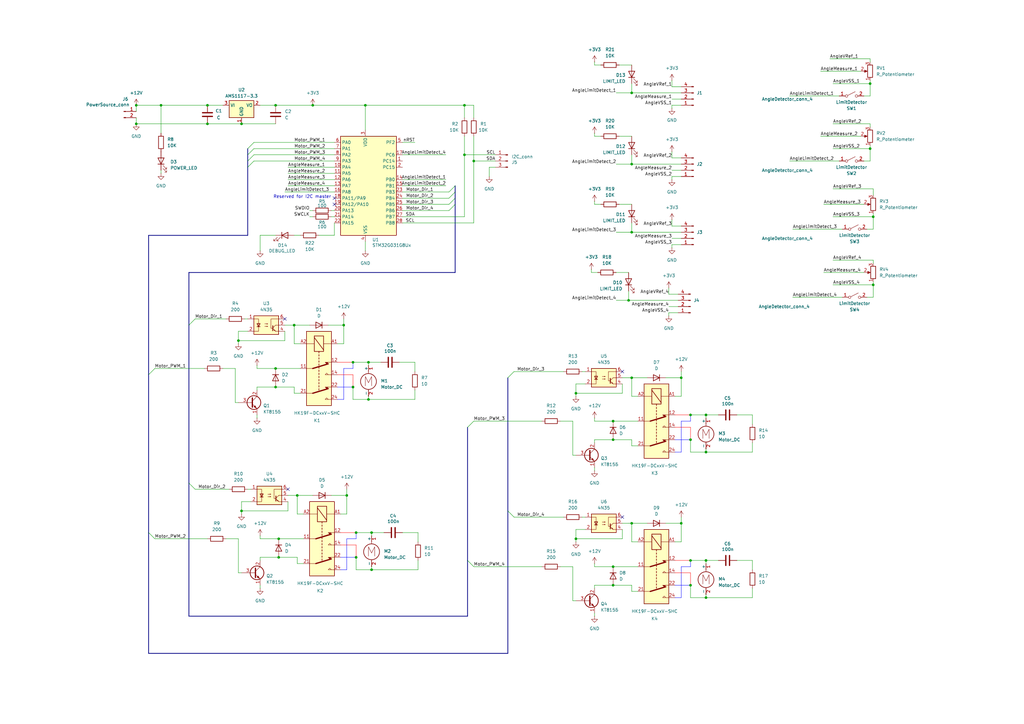
<source format=kicad_sch>
(kicad_sch (version 20231120) (generator "eeschema") (generator_version "8.0")
  (paper "A3")
  (junction (at 358.14 116.84))
  (junction (at 149.86 43.18))
  (junction (at 113.03 43.18))
  (junction (at 251.46 172.72))
  (junction (at 251.46 240.03))
  (junction (at 283.21 180.34))
  (junction (at 259.08 214.63))
  (junction (at 356.87 34.29))
  (junction (at 279.4 214.63))
  (junction (at 259.08 38.1))
  (junction (at 144.78 148.59))
  (junction (at 114.3 228.6))
  (junction (at 289.56 170.18))
  (junction (at 356.87 60.96))
  (junction (at 289.56 229.87))
  (junction (at 120.65 133.35))
  (junction (at 259.08 154.94))
  (junction (at 140.97 133.35))
  (junction (at 66.04 43.18))
  (junction (at 190.5 63.5))
  (junction (at 146.05 228.6))
  (junction (at 142.24 203.2))
  (junction (at 279.4 154.94))
  (junction (at 257.81 123.19))
  (junction (at 97.79 139.7))
  (junction (at 55.88 43.18))
  (junction (at 151.13 148.59))
  (junction (at 251.46 232.41))
  (junction (at 283.21 170.18))
  (junction (at 99.06 209.55))
  (junction (at 151.13 163.83))
  (junction (at 190.5 43.18))
  (junction (at 283.21 229.87))
  (junction (at 236.22 220.98))
  (junction (at 259.08 95.25))
  (junction (at 236.22 161.29))
  (junction (at 194.31 66.04))
  (junction (at 113.03 158.75))
  (junction (at 113.03 151.13))
  (junction (at 121.92 203.2))
  (junction (at 128.27 43.18))
  (junction (at 152.4 218.44))
  (junction (at 283.21 240.03))
  (junction (at 146.05 218.44))
  (junction (at 144.78 158.75))
  (junction (at 358.14 88.9))
  (junction (at 55.88 50.8))
  (junction (at 114.3 220.98))
  (junction (at 85.09 50.8))
  (junction (at 251.46 180.34))
  (junction (at 289.56 245.11))
  (junction (at 152.4 233.68))
  (junction (at 289.56 185.42))
  (junction (at 85.09 43.18))
  (junction (at 259.08 67.31))
  (junction (at 99.06 50.8))
  (no_connect (at 137.16 81.28))
  (no_connect (at 137.16 83.82))
  (no_connect (at 255.27 152.4))
  (no_connect (at 116.84 130.81))
  (no_connect (at 118.11 200.66))
  (no_connect (at 255.27 212.09))
  (bus_entry (at 191.77 175.26) (size 2.54 -2.54))
  (bus_entry (at 60.96 153.67) (size 2.54 -2.54))
  (bus_entry (at 101.6 60.96) (size 2.54 -2.54))
  (bus_entry (at 186.69 76.2) (size -2.54 2.54))
  (bus_entry (at 191.77 229.87) (size 2.54 2.54))
  (bus_entry (at 186.69 81.28) (size -2.54 2.54))
  (bus_entry (at 77.47 133.35) (size 2.54 -2.54))
  (bus_entry (at 77.47 198.12) (size 2.54 2.54))
  (bus_entry (at 101.6 66.04) (size 2.54 -2.54))
  (bus_entry (at 101.6 68.58) (size 2.54 -2.54))
  (bus_entry (at 186.69 78.74) (size -2.54 2.54))
  (bus_entry (at 60.96 218.44) (size 2.54 2.54))
  (bus_entry (at 186.69 83.82) (size -2.54 2.54))
  (bus_entry (at 101.6 63.5) (size 2.54 -2.54))
  (bus_entry (at 208.28 154.94) (size 2.54 -2.54))
  (bus_entry (at 208.28 209.55) (size 2.54 2.54))
  (wire (pts (xy 97.79 135.89) (xy 101.6 135.89)))
  (wire (pts (xy 259.08 242.57) (xy 259.08 240.03)))
  (wire (pts (xy 236.22 217.17) (xy 236.22 220.98)))
  (wire (pts (xy 358.14 77.47) (xy 358.14 80.01)))
  (wire (pts (xy 240.03 212.09) (xy 238.76 212.09)))
  (wire (pts (xy 302.26 170.18) (xy 308.61 170.18)))
  (wire (pts (xy 358.14 77.47) (xy 341.63 77.47)))
  (wire (pts (xy 279.4 222.25) (xy 276.86 222.25)))
  (wire (pts (xy 80.01 200.66) (xy 93.98 200.66)))
  (wire (pts (xy 118.11 205.74) (xy 118.11 209.55)))
  (wire (pts (xy 259.08 182.88) (xy 259.08 180.34)))
  (wire (pts (xy 128.27 43.18) (xy 149.86 43.18)))
  (bus (pts (xy 77.47 111.76) (xy 186.69 111.76)))
  (wire (pts (xy 135.89 203.2) (xy 142.24 203.2)))
  (wire (pts (xy 279.4 152.4) (xy 279.4 154.94)))
  (wire (pts (xy 66.04 54.61) (xy 66.04 43.18)))
  (wire (pts (xy 137.16 76.2) (xy 118.11 76.2)))
  (wire (pts (xy 243.84 231.14) (xy 243.84 232.41)))
  (wire (pts (xy 234.95 246.38) (xy 236.22 246.38)))
  (wire (pts (xy 142.24 220.98) (xy 142.24 233.68)) (stroke (width 0) (color 0 0 255 1)))
  (wire (pts (xy 243.84 180.34) (xy 251.46 180.34)))
  (wire (pts (xy 151.13 148.59) (xy 156.21 148.59)))
  (wire (pts (xy 246.38 55.88) (xy 243.84 55.88)))
  (wire (pts (xy 276.86 175.26) (xy 283.21 175.26)) (stroke (width 0) (color 255 0 0 1)))
  (wire (pts (xy 97.79 234.95) (xy 97.79 220.98)))
  (wire (pts (xy 358.14 106.68) (xy 358.14 107.95)))
  (wire (pts (xy 323.85 66.04) (xy 344.17 66.04)))
  (wire (pts (xy 236.22 220.98) (xy 255.27 220.98)))
  (wire (pts (xy 259.08 154.94) (xy 265.43 154.94)))
  (wire (pts (xy 255.27 157.48) (xy 255.27 161.29)))
  (wire (pts (xy 243.84 172.72) (xy 251.46 172.72)))
  (wire (pts (xy 106.68 220.98) (xy 114.3 220.98)))
  (wire (pts (xy 356.87 66.04) (xy 356.87 60.96)))
  (wire (pts (xy 236.22 161.29) (xy 236.22 162.56)))
  (wire (pts (xy 118.11 203.2) (xy 121.92 203.2)))
  (wire (pts (xy 138.43 148.59) (xy 144.78 148.59)) (stroke (width 0) (color 255 0 0 1)))
  (bus (pts (xy 60.96 153.67) (xy 60.96 218.44)))
  (wire (pts (xy 275.59 72.39) (xy 275.59 73.66)))
  (bus (pts (xy 186.69 78.74) (xy 186.69 81.28)))
  (wire (pts (xy 120.65 161.29) (xy 120.65 158.75)))
  (wire (pts (xy 275.59 100.33) (xy 279.4 100.33)))
  (wire (pts (xy 190.5 63.5) (xy 190.5 88.9)))
  (wire (pts (xy 137.16 91.44) (xy 137.16 96.52)))
  (wire (pts (xy 55.88 45.72) (xy 55.88 43.18)))
  (wire (pts (xy 170.18 148.59) (xy 170.18 152.4)))
  (wire (pts (xy 194.31 48.26) (xy 194.31 43.18)))
  (bus (pts (xy 60.96 218.44) (xy 60.96 267.97)))
  (wire (pts (xy 135.89 86.36) (xy 137.16 86.36)))
  (wire (pts (xy 106.68 240.03) (xy 106.68 241.3)))
  (wire (pts (xy 358.14 121.92) (xy 358.14 116.84)))
  (wire (pts (xy 289.56 170.18) (xy 289.56 171.45)))
  (wire (pts (xy 120.65 133.35) (xy 127 133.35)))
  (wire (pts (xy 261.62 182.88) (xy 259.08 182.88)))
  (wire (pts (xy 165.1 78.74) (xy 184.15 78.74)))
  (wire (pts (xy 259.08 63.5) (xy 259.08 67.31)))
  (wire (pts (xy 356.87 34.29) (xy 356.87 33.02)))
  (wire (pts (xy 139.7 218.44) (xy 146.05 218.44)) (stroke (width 0) (color 255 0 0 1)))
  (bus (pts (xy 191.77 229.87) (xy 191.77 252.73)))
  (wire (pts (xy 274.32 128.27) (xy 278.13 128.27)))
  (wire (pts (xy 276.86 240.03) (xy 283.21 240.03)) (stroke (width 0) (color 0 0 255 1)))
  (wire (pts (xy 308.61 241.3) (xy 308.61 245.11)))
  (wire (pts (xy 254 83.82) (xy 259.08 83.82)))
  (wire (pts (xy 275.59 90.17) (xy 275.59 92.71)))
  (wire (pts (xy 66.04 69.85) (xy 66.04 71.12)))
  (wire (pts (xy 252.73 67.31) (xy 259.08 67.31)))
  (wire (pts (xy 354.33 66.04) (xy 356.87 66.04)))
  (wire (pts (xy 140.97 151.13) (xy 140.97 163.83)) (stroke (width 0) (color 0 0 255 1)))
  (wire (pts (xy 236.22 161.29) (xy 255.27 161.29)))
  (wire (pts (xy 276.86 170.18) (xy 283.21 170.18)) (stroke (width 0) (color 255 0 0 1)))
  (wire (pts (xy 144.78 163.83) (xy 151.13 163.83)))
  (wire (pts (xy 337.82 111.76) (xy 354.33 111.76)))
  (wire (pts (xy 106.68 219.71) (xy 106.68 220.98)))
  (wire (pts (xy 121.92 203.2) (xy 128.27 203.2)))
  (bus (pts (xy 186.69 76.2) (xy 186.69 78.74)))
  (wire (pts (xy 325.12 93.98) (xy 345.44 93.98)))
  (wire (pts (xy 356.87 50.8) (xy 356.87 52.07)))
  (wire (pts (xy 252.73 111.76) (xy 257.81 111.76)))
  (wire (pts (xy 358.14 88.9) (xy 358.14 87.63)))
  (bus (pts (xy 191.77 175.26) (xy 191.77 229.87)))
  (wire (pts (xy 356.87 50.8) (xy 341.63 50.8)))
  (wire (pts (xy 170.18 160.02) (xy 170.18 163.83)))
  (wire (pts (xy 137.16 96.52) (xy 130.81 96.52)))
  (wire (pts (xy 283.21 234.95) (xy 283.21 240.03)) (stroke (width 0) (color 255 0 0 1)))
  (wire (pts (xy 279.4 172.72) (xy 283.21 172.72)) (stroke (width 0) (color 0 0 255 1)))
  (wire (pts (xy 283.21 229.87) (xy 289.56 229.87)))
  (wire (pts (xy 308.61 170.18) (xy 308.61 173.99)))
  (wire (pts (xy 135.89 88.9) (xy 137.16 88.9)))
  (wire (pts (xy 275.59 69.85) (xy 279.4 69.85)))
  (wire (pts (xy 289.56 245.11) (xy 289.56 243.84)))
  (wire (pts (xy 234.95 232.41) (xy 229.87 232.41)))
  (wire (pts (xy 113.03 43.18) (xy 128.27 43.18)))
  (wire (pts (xy 139.7 228.6) (xy 146.05 228.6)) (stroke (width 0) (color 0 0 255 1)))
  (wire (pts (xy 66.04 43.18) (xy 85.09 43.18)))
  (bus (pts (xy 77.47 252.73) (xy 191.77 252.73)))
  (bus (pts (xy 77.47 111.76) (xy 77.47 133.35)))
  (wire (pts (xy 276.86 245.11) (xy 279.4 245.11)) (stroke (width 0) (color 0 0 255 1)))
  (wire (pts (xy 151.13 148.59) (xy 151.13 149.86)))
  (wire (pts (xy 116.84 133.35) (xy 120.65 133.35)))
  (wire (pts (xy 152.4 233.68) (xy 152.4 232.41)))
  (wire (pts (xy 275.59 43.18) (xy 279.4 43.18)))
  (wire (pts (xy 194.31 172.72) (xy 222.25 172.72)))
  (wire (pts (xy 190.5 55.88) (xy 190.5 63.5)))
  (wire (pts (xy 302.26 229.87) (xy 308.61 229.87)))
  (wire (pts (xy 255.27 217.17) (xy 255.27 220.98)))
  (wire (pts (xy 356.87 60.96) (xy 356.87 59.69)))
  (wire (pts (xy 144.78 148.59) (xy 151.13 148.59)))
  (wire (pts (xy 142.24 210.82) (xy 139.7 210.82)))
  (wire (pts (xy 243.84 54.61) (xy 243.84 55.88)))
  (wire (pts (xy 106.68 96.52) (xy 113.03 96.52)))
  (wire (pts (xy 190.5 43.18) (xy 190.5 48.26)))
  (wire (pts (xy 146.05 233.68) (xy 152.4 233.68)))
  (wire (pts (xy 140.97 140.97) (xy 138.43 140.97)))
  (wire (pts (xy 137.16 78.74) (xy 116.84 78.74)))
  (wire (pts (xy 165.1 86.36) (xy 184.15 86.36)))
  (wire (pts (xy 55.88 43.18) (xy 66.04 43.18)))
  (wire (pts (xy 243.84 82.55) (xy 243.84 83.82)))
  (wire (pts (xy 152.4 218.44) (xy 152.4 219.71)))
  (wire (pts (xy 337.82 83.82) (xy 354.33 83.82)))
  (wire (pts (xy 139.7 233.68) (xy 142.24 233.68)) (stroke (width 0) (color 0 0 255 1)))
  (wire (pts (xy 356.87 24.13) (xy 356.87 25.4)))
  (wire (pts (xy 104.14 66.04) (xy 137.16 66.04)))
  (wire (pts (xy 165.1 81.28) (xy 184.15 81.28)))
  (wire (pts (xy 275.59 72.39) (xy 279.4 72.39)))
  (wire (pts (xy 142.24 220.98) (xy 146.05 220.98)) (stroke (width 0) (color 0 0 255 1)))
  (wire (pts (xy 341.63 88.9) (xy 358.14 88.9)))
  (wire (pts (xy 106.68 228.6) (xy 106.68 229.87)))
  (wire (pts (xy 289.56 245.11) (xy 308.61 245.11)))
  (bus (pts (xy 208.28 209.55) (xy 208.28 267.97)))
  (wire (pts (xy 355.6 121.92) (xy 358.14 121.92)))
  (wire (pts (xy 251.46 172.72) (xy 261.62 172.72)))
  (wire (pts (xy 151.13 163.83) (xy 151.13 162.56)))
  (wire (pts (xy 283.21 180.34) (xy 283.21 185.42)))
  (wire (pts (xy 80.01 130.81) (xy 92.71 130.81)))
  (wire (pts (xy 234.95 246.38) (xy 234.95 232.41)))
  (wire (pts (xy 275.59 64.77) (xy 279.4 64.77)))
  (wire (pts (xy 275.59 33.02) (xy 275.59 35.56)))
  (wire (pts (xy 144.78 153.67) (xy 144.78 158.75)) (stroke (width 0) (color 255 0 0 1)))
  (wire (pts (xy 127 88.9) (xy 128.27 88.9)))
  (wire (pts (xy 358.14 116.84) (xy 358.14 115.57)))
  (wire (pts (xy 99.06 205.74) (xy 102.87 205.74)))
  (bus (pts (xy 101.6 60.96) (xy 101.6 63.5)))
  (wire (pts (xy 121.92 210.82) (xy 124.46 210.82)))
  (wire (pts (xy 279.4 232.41) (xy 279.4 245.11)) (stroke (width 0) (color 0 0 255 1)))
  (wire (pts (xy 336.55 55.88) (xy 353.06 55.88)))
  (wire (pts (xy 259.08 222.25) (xy 261.62 222.25)))
  (wire (pts (xy 275.59 35.56) (xy 279.4 35.56)))
  (wire (pts (xy 243.84 171.45) (xy 243.84 172.72)))
  (wire (pts (xy 283.21 172.72) (xy 283.21 170.18)) (stroke (width 0) (color 0 0 255 1)))
  (wire (pts (xy 55.88 50.8) (xy 85.09 50.8)))
  (wire (pts (xy 165.1 83.82) (xy 184.15 83.82)))
  (wire (pts (xy 120.65 133.35) (xy 120.65 140.97)))
  (wire (pts (xy 152.4 233.68) (xy 171.45 233.68)))
  (wire (pts (xy 275.59 92.71) (xy 279.4 92.71)))
  (wire (pts (xy 105.41 158.75) (xy 113.03 158.75)))
  (wire (pts (xy 358.14 93.98) (xy 358.14 88.9)))
  (wire (pts (xy 240.03 152.4) (xy 238.76 152.4)))
  (wire (pts (xy 102.87 200.66) (xy 101.6 200.66)))
  (wire (pts (xy 254 26.67) (xy 259.08 26.67)))
  (wire (pts (xy 234.95 186.69) (xy 236.22 186.69)))
  (wire (pts (xy 259.08 214.63) (xy 259.08 222.25)))
  (wire (pts (xy 138.43 158.75) (xy 144.78 158.75)) (stroke (width 0) (color 0 0 255 1)))
  (wire (pts (xy 276.86 229.87) (xy 283.21 229.87)) (stroke (width 0) (color 255 0 0 1)))
  (wire (pts (xy 275.59 97.79) (xy 279.4 97.79)))
  (wire (pts (xy 251.46 232.41) (xy 261.62 232.41)))
  (wire (pts (xy 106.68 43.18) (xy 113.03 43.18)))
  (wire (pts (xy 243.84 25.4) (xy 243.84 26.67)))
  (wire (pts (xy 308.61 181.61) (xy 308.61 185.42)))
  (wire (pts (xy 194.31 232.41) (xy 222.25 232.41)))
  (wire (pts (xy 63.5 220.98) (xy 85.09 220.98)))
  (wire (pts (xy 138.43 153.67) (xy 144.78 153.67)) (stroke (width 0) (color 255 0 0 1)))
  (wire (pts (xy 283.21 185.42) (xy 289.56 185.42)))
  (bus (pts (xy 101.6 66.04) (xy 101.6 68.58)))
  (wire (pts (xy 124.46 231.14) (xy 121.92 231.14)))
  (wire (pts (xy 274.32 125.73) (xy 278.13 125.73)))
  (wire (pts (xy 138.43 163.83) (xy 140.97 163.83)) (stroke (width 0) (color 0 0 255 1)))
  (wire (pts (xy 152.4 218.44) (xy 157.48 218.44)))
  (wire (pts (xy 279.4 172.72) (xy 279.4 185.42)) (stroke (width 0) (color 0 0 255 1)))
  (wire (pts (xy 137.16 71.12) (xy 118.11 71.12)))
  (wire (pts (xy 142.24 203.2) (xy 142.24 210.82)))
  (wire (pts (xy 279.4 154.94) (xy 279.4 162.56)))
  (wire (pts (xy 63.5 151.13) (xy 83.82 151.13)))
  (bus (pts (xy 77.47 198.12) (xy 77.47 252.73)))
  (wire (pts (xy 146.05 223.52) (xy 146.05 228.6)) (stroke (width 0) (color 255 0 0 1)))
  (wire (pts (xy 165.1 218.44) (xy 171.45 218.44)))
  (wire (pts (xy 243.84 232.41) (xy 251.46 232.41)))
  (wire (pts (xy 273.05 214.63) (xy 279.4 214.63)))
  (wire (pts (xy 146.05 220.98) (xy 146.05 218.44)) (stroke (width 0) (color 0 0 255 1)))
  (wire (pts (xy 243.84 240.03) (xy 243.84 241.3)))
  (wire (pts (xy 97.79 139.7) (xy 116.84 139.7)))
  (wire (pts (xy 165.1 91.44) (xy 194.31 91.44)))
  (wire (pts (xy 279.4 162.56) (xy 276.86 162.56)))
  (wire (pts (xy 114.3 220.98) (xy 124.46 220.98)))
  (wire (pts (xy 252.73 123.19) (xy 257.81 123.19)))
  (wire (pts (xy 149.86 43.18) (xy 149.86 53.34)))
  (wire (pts (xy 113.03 151.13) (xy 123.19 151.13)))
  (wire (pts (xy 99.06 209.55) (xy 118.11 209.55)))
  (wire (pts (xy 163.83 148.59) (xy 170.18 148.59)))
  (wire (pts (xy 325.12 121.92) (xy 345.44 121.92)))
  (wire (pts (xy 140.97 133.35) (xy 140.97 140.97)))
  (wire (pts (xy 275.59 43.18) (xy 275.59 44.45)))
  (wire (pts (xy 336.55 29.21) (xy 353.06 29.21)))
  (wire (pts (xy 356.87 39.37) (xy 356.87 34.29)))
  (wire (pts (xy 142.24 200.66) (xy 142.24 203.2)))
  (wire (pts (xy 165.1 76.2) (xy 182.88 76.2)))
  (wire (pts (xy 194.31 66.04) (xy 194.31 91.44)))
  (wire (pts (xy 259.08 67.31) (xy 279.4 67.31)))
  (wire (pts (xy 99.06 209.55) (xy 99.06 210.82)))
  (wire (pts (xy 123.19 161.29) (xy 120.65 161.29)))
  (wire (pts (xy 251.46 240.03) (xy 259.08 240.03)))
  (wire (pts (xy 246.38 83.82) (xy 243.84 83.82)))
  (wire (pts (xy 236.22 217.17) (xy 240.03 217.17)))
  (wire (pts (xy 114.3 228.6) (xy 121.92 228.6)))
  (wire (pts (xy 246.38 26.67) (xy 243.84 26.67)))
  (wire (pts (xy 165.1 58.42) (xy 170.18 58.42)))
  (wire (pts (xy 134.62 133.35) (xy 140.97 133.35)))
  (wire (pts (xy 190.5 43.18) (xy 194.31 43.18)))
  (bus (pts (xy 60.96 96.52) (xy 60.96 153.67)))
  (wire (pts (xy 276.86 185.42) (xy 279.4 185.42)) (stroke (width 0) (color 0 0 255 1)))
  (wire (pts (xy 116.84 135.89) (xy 116.84 139.7)))
  (wire (pts (xy 245.11 111.76) (xy 242.57 111.76)))
  (wire (pts (xy 254 55.88) (xy 259.08 55.88)))
  (wire (pts (xy 354.33 39.37) (xy 356.87 39.37)))
  (bus (pts (xy 208.28 154.94) (xy 208.28 209.55)))
  (wire (pts (xy 259.08 38.1) (xy 279.4 38.1)))
  (wire (pts (xy 252.73 38.1) (xy 259.08 38.1)))
  (wire (pts (xy 276.86 180.34) (xy 283.21 180.34)) (stroke (width 0) (color 0 0 255 1)))
  (wire (pts (xy 165.1 88.9) (xy 190.5 88.9)))
  (wire (pts (xy 105.41 151.13) (xy 113.03 151.13)))
  (wire (pts (xy 104.14 63.5) (xy 137.16 63.5)))
  (wire (pts (xy 273.05 154.94) (xy 279.4 154.94)))
  (wire (pts (xy 85.09 50.8) (xy 99.06 50.8)))
  (wire (pts (xy 140.97 151.13) (xy 144.78 151.13)) (stroke (width 0) (color 0 0 255 1)))
  (wire (pts (xy 275.59 40.64) (xy 279.4 40.64)))
  (wire (pts (xy 252.73 95.25) (xy 259.08 95.25)))
  (wire (pts (xy 106.68 102.87) (xy 106.68 96.52)))
  (wire (pts (xy 101.6 130.81) (xy 100.33 130.81)))
  (wire (pts (xy 190.5 63.5) (xy 203.2 63.5)))
  (wire (pts (xy 234.95 172.72) (xy 229.87 172.72)))
  (wire (pts (xy 257.81 123.19) (xy 278.13 123.19)))
  (wire (pts (xy 289.56 185.42) (xy 308.61 185.42)))
  (wire (pts (xy 289.56 185.42) (xy 289.56 184.15)))
  (wire (pts (xy 279.4 212.09) (xy 279.4 214.63)))
  (wire (pts (xy 200.66 68.58) (xy 203.2 68.58)))
  (wire (pts (xy 146.05 218.44) (xy 152.4 218.44)))
  (wire (pts (xy 96.52 165.1) (xy 97.79 165.1)))
  (wire (pts (xy 279.4 214.63) (xy 279.4 222.25)))
  (wire (pts (xy 144.78 158.75) (xy 144.78 163.83)))
  (wire (pts (xy 283.21 232.41) (xy 283.21 229.87)) (stroke (width 0) (color 0 0 255 1)))
  (wire (pts (xy 259.08 214.63) (xy 265.43 214.63)))
  (wire (pts (xy 137.16 73.66) (xy 118.11 73.66)))
  (wire (pts (xy 255.27 154.94) (xy 259.08 154.94)))
  (wire (pts (xy 105.41 158.75) (xy 105.41 160.02)))
  (wire (pts (xy 149.86 99.06) (xy 149.86 102.87)))
  (wire (pts (xy 151.13 163.83) (xy 170.18 163.83)))
  (wire (pts (xy 144.78 151.13) (xy 144.78 148.59)) (stroke (width 0) (color 0 0 255 1)))
  (wire (pts (xy 140.97 130.81) (xy 140.97 133.35)))
  (wire (pts (xy 274.32 128.27) (xy 274.32 129.54)))
  (wire (pts (xy 200.66 68.58) (xy 200.66 72.39)))
  (wire (pts (xy 139.7 223.52) (xy 146.05 223.52)) (stroke (width 0) (color 255 0 0 1)))
  (wire (pts (xy 259.08 154.94) (xy 259.08 162.56)))
  (wire (pts (xy 106.68 228.6) (xy 114.3 228.6)))
  (wire (pts (xy 210.82 152.4) (xy 231.14 152.4)))
  (wire (pts (xy 275.59 62.23) (xy 275.59 64.77)))
  (wire (pts (xy 165.1 73.66) (xy 182.88 73.66)))
  (wire (pts (xy 257.81 119.38) (xy 257.81 123.19)))
  (wire (pts (xy 121.92 203.2) (xy 121.92 210.82)))
  (bus (pts (xy 101.6 68.58) (xy 101.6 96.52)))
  (wire (pts (xy 236.22 220.98) (xy 236.22 222.25)))
  (wire (pts (xy 283.21 245.11) (xy 289.56 245.11)))
  (wire (pts (xy 356.87 24.13) (xy 340.36 24.13)))
  (wire (pts (xy 194.31 66.04) (xy 203.2 66.04)))
  (wire (pts (xy 105.41 149.86) (xy 105.41 151.13)))
  (wire (pts (xy 149.86 43.18) (xy 190.5 43.18)))
  (wire (pts (xy 137.16 68.58) (xy 118.11 68.58)))
  (wire (pts (xy 255.27 214.63) (xy 259.08 214.63)))
  (bus (pts (xy 101.6 63.5) (xy 101.6 66.04)))
  (wire (pts (xy 279.4 232.41) (xy 283.21 232.41)) (stroke (width 0) (color 0 0 255 1)))
  (wire (pts (xy 113.03 158.75) (xy 120.65 158.75)))
  (wire (pts (xy 97.79 234.95) (xy 99.06 234.95)))
  (wire (pts (xy 341.63 34.29) (xy 356.87 34.29)))
  (wire (pts (xy 99.06 205.74) (xy 99.06 209.55)))
  (wire (pts (xy 275.59 100.33) (xy 275.59 101.6)))
  (wire (pts (xy 55.88 48.26) (xy 55.88 50.8)))
  (wire (pts (xy 104.14 60.96) (xy 137.16 60.96)))
  (bus (pts (xy 101.6 96.52) (xy 60.96 96.52)))
  (wire (pts (xy 274.32 118.11) (xy 274.32 120.65)))
  (wire (pts (xy 97.79 139.7) (xy 97.79 140.97)))
  (wire (pts (xy 341.63 60.96) (xy 356.87 60.96)))
  (wire (pts (xy 104.14 58.42) (xy 137.16 58.42)))
  (wire (pts (xy 276.86 234.95) (xy 283.21 234.95)) (stroke (width 0) (color 255 0 0 1)))
  (wire (pts (xy 259.08 162.56) (xy 261.62 162.56)))
  (wire (pts (xy 123.19 96.52) (xy 120.65 96.52)))
  (wire (pts (xy 283.21 175.26) (xy 283.21 180.34)) (stroke (width 0) (color 255 0 0 1)))
  (wire (pts (xy 274.32 120.65) (xy 278.13 120.65)))
  (wire (pts (xy 259.08 91.44) (xy 259.08 95.25)))
  (wire (pts (xy 121.92 231.14) (xy 121.92 228.6)))
  (wire (pts (xy 236.22 157.48) (xy 240.03 157.48)))
  (bus (pts (xy 186.69 83.82) (xy 186.69 111.76)))
  (wire (pts (xy 243.84 191.77) (xy 243.84 193.04)))
  (wire (pts (xy 99.06 50.8) (xy 113.03 50.8)))
  (wire (pts (xy 210.82 212.09) (xy 231.14 212.09)))
  (wire (pts (xy 120.65 140.97) (xy 123.19 140.97)))
  (wire (pts (xy 289.56 229.87) (xy 289.56 231.14)))
  (wire (pts (xy 242.57 110.49) (xy 242.57 111.76)))
  (wire (pts (xy 259.08 34.29) (xy 259.08 38.1)))
  (wire (pts (xy 261.62 242.57) (xy 259.08 242.57)))
  (wire (pts (xy 171.45 218.44) (xy 171.45 222.25)))
  (wire (pts (xy 243.84 180.34) (xy 243.84 181.61)))
  (wire (pts (xy 165.1 63.5) (xy 182.88 63.5)))
  (wire (pts (xy 289.56 170.18) (xy 294.64 170.18)))
  (bus (pts (xy 186.69 81.28) (xy 186.69 83.82)))
  (wire (pts (xy 146.05 228.6) (xy 146.05 233.68)))
  (bus (pts (xy 77.47 133.35) (xy 77.47 198.12)))
  (wire (pts (xy 85.09 43.18) (xy 91.44 43.18)))
  (wire (pts (xy 355.6 93.98) (xy 358.14 93.98)))
  (wire (pts (xy 127 86.36) (xy 128.27 86.36)))
  (wire (pts (xy 171.45 229.87) (xy 171.45 233.68)))
  (wire (pts (xy 308.61 229.87) (xy 308.61 233.68)))
  (bus (pts (xy 60.96 267.97) (xy 208.28 267.97)))
  (wire (pts (xy 236.22 157.48) (xy 236.22 161.29)))
  (wire (pts (xy 259.08 95.25) (xy 279.4 95.25)))
  (wire (pts (xy 105.41 170.18) (xy 105.41 171.45)))
  (wire (pts (xy 243.84 240.03) (xy 251.46 240.03)))
  (wire (pts (xy 194.31 55.88) (xy 194.31 66.04)))
  (wire (pts (xy 251.46 180.34) (xy 259.08 180.34)))
  (wire (pts (xy 283.21 170.18) (xy 289.56 170.18)))
  (wire (pts (xy 234.95 186.69) (xy 234.95 172.72)))
  (wire (pts (xy 358.14 106.68) (xy 341.63 106.68)))
  (wire (pts (xy 97.79 135.89) (xy 97.79 139.7)))
  (wire (pts (xy 341.63 116.84) (xy 358.14 116.84)))
  (wire (pts (xy 96.52 151.13) (xy 91.44 151.13)))
  (wire (pts (xy 96.52 165.1) (xy 96.52 151.13)))
  (wire (pts (xy 283.21 240.03) (xy 283.21 245.11)))
  (wire (pts (xy 243.84 251.46) (xy 243.84 252.73)))
  (wire (pts (xy 97.79 220.98) (xy 92.71 220.98)))
  (wire (pts (xy 289.56 229.87) (xy 294.64 229.87)))
  (wire (pts (xy 323.85 39.37) (xy 344.17 39.37)))
  (text "Reserved for I2C master" (exclude_from_sim yes) (at 123.952 80.772 0) (effects (font (size 1.27 1.27))))
  (label "AngleVSS_${1dd23a8e-8b77-429f-9570-110287396357:Number}" (at 341.63 88.9 0))
  (label "Motor_PWM_3" (at 120.65 63.5 0))
  (label "Motor_Dir_1" (at 80.01 130.81 0))
  (label "Motor_PWM_4" (at 194.31 232.41 0))
  (label "SCL" (at 166.37 91.44 0))
  (label "AngleVRef_${570b1f56-00a4-4416-b374-3a02cf0330c0:Number}" (at 275.59 64.77 180))
  (label "AngleMeasure_${570b1f56-00a4-4416-b374-3a02cf0330c0:Number}" (at 275.59 69.85 180))
  (label "AngleMeasure_${acf0802e-ff81-43a2-b6a1-8a2c36aea1b0:Number}" (at 275.59 40.64 180))
  (label "AngleMeasure_${1dd23a8e-8b77-429f-9570-110287396357:Number}" (at 118.11 73.66 0))
  (label "AngleVRef_${1dd23a8e-8b77-429f-9570-110287396357:Number}" (at 275.59 92.71 180))
  (label "AngleVSS_${1dd23a8e-8b77-429f-9570-110287396357:Number}" (at 275.59 100.33 180))
  (label "AngleMeasure_${570b1f56-00a4-4416-b374-3a02cf0330c0:Number}" (at 336.55 55.88 0))
  (label "Motor_PWM_2" (at 63.5 220.98 0))
  (label "AngleLimitDetect_${c3b5264d-d600-4a52-84fe-1d283857e008:Number}" (at 325.12 121.92 0))
  (label "AngleLimitDetect_${1dd23a8e-8b77-429f-9570-110287396357:Number}" (at 325.12 93.98 0))
  (label "Motor_Dir_2" (at 81.28 200.66 0))
  (label "nRST" (at 170.18 58.42 180))
  (label "AngleLimitDetect_${1dd23a8e-8b77-429f-9570-110287396357:Number}" (at 116.84 78.74 0))
  (label "AngleVSS_${c3b5264d-d600-4a52-84fe-1d283857e008:Number}" (at 274.32 128.27 180))
  (label "AngleVRef_${570b1f56-00a4-4416-b374-3a02cf0330c0:Number}" (at 341.63 50.8 0))
  (label "Motor_Dir_3" (at 177.8 83.82 180))
  (label "SDA" (at 166.37 88.9 0))
  (label "AngleMeasure_${acf0802e-ff81-43a2-b6a1-8a2c36aea1b0:Number}" (at 118.11 68.58 0))
  (label "AngleVSS_${acf0802e-ff81-43a2-b6a1-8a2c36aea1b0:Number}" (at 341.63 34.29 0))
  (label "Motor_Dir_3" (at 212.09 152.4 0))
  (label "Motor_PWM_2" (at 120.65 60.96 0))
  (label "AngleMeasure_${c3b5264d-d600-4a52-84fe-1d283857e008:Number}" (at 118.11 76.2 0))
  (label "AngleLimitDetect_${570b1f56-00a4-4416-b374-3a02cf0330c0:Number}" (at 252.73 67.31 180))
  (label "AngleVRef_${acf0802e-ff81-43a2-b6a1-8a2c36aea1b0:Number}" (at 340.36 24.13 0))
  (label "Motor_Dir_1" (at 177.8 78.74 180))
  (label "AngleLimitDetect_${570b1f56-00a4-4416-b374-3a02cf0330c0:Number}" (at 182.88 76.2 180))
  (label "AngleVSS_${c3b5264d-d600-4a52-84fe-1d283857e008:Number}" (at 341.63 116.84 0))
  (label "AngleLimitDetect_${1dd23a8e-8b77-429f-9570-110287396357:Number}" (at 252.73 95.25 180))
  (label "Motor_PWM_4" (at 120.65 66.04 0))
  (label "AngleVRef_${c3b5264d-d600-4a52-84fe-1d283857e008:Number}" (at 341.63 106.68 0))
  (label "SWDIO" (at 127 86.36 180))
  (label "Motor_Dir_4" (at 177.8 86.36 180))
  (label "Motor_PWM_1" (at 63.5 151.13 0))
  (label "AngleLimitDetect_${acf0802e-ff81-43a2-b6a1-8a2c36aea1b0:Number}" (at 182.88 73.66 180))
  (label "AngleLimitDetect_${570b1f56-00a4-4416-b374-3a02cf0330c0:Number}" (at 323.85 66.04 0))
  (label "AngleVSS_${570b1f56-00a4-4416-b374-3a02cf0330c0:Number}" (at 275.59 72.39 180))
  (label "AngleVSS_${acf0802e-ff81-43a2-b6a1-8a2c36aea1b0:Number}" (at 275.59 43.18 180))
  (label "SWCLK" (at 127 88.9 180))
  (label "SDA" (at 203.1786 66.04 180))
  (label "AngleVRef_${acf0802e-ff81-43a2-b6a1-8a2c36aea1b0:Number}" (at 275.59 35.56 180))
  (label "AngleMeasure_${1dd23a8e-8b77-429f-9570-110287396357:Number}" (at 275.59 97.79 180))
  (label "Motor_PWM_3" (at 194.31 172.72 0))
  (label "AngleVRef_${1dd23a8e-8b77-429f-9570-110287396357:Number}" (at 341.63 77.47 0))
  (label "AngleMeasure_${1dd23a8e-8b77-429f-9570-110287396357:Number}" (at 337.82 83.82 0))
  (label "AngleVSS_${570b1f56-00a4-4416-b374-3a02cf0330c0:Number}" (at 341.63 60.96 0))
  (label "AngleMeasure_${acf0802e-ff81-43a2-b6a1-8a2c36aea1b0:Number}" (at 336.55 29.21 0))
  (label "AngleMeasure_${c3b5264d-d600-4a52-84fe-1d283857e008:Number}" (at 274.32 125.73 180))
  (label "Motor_Dir_2" (at 177.8 81.28 180))
  (label "AngleMeasure_${570b1f56-00a4-4416-b374-3a02cf0330c0:Number}" (at 118.11 71.12 0))
  (label "SCL" (at 203.2 63.5 180))
  (label "AngleLimitDetect_${c3b5264d-d600-4a52-84fe-1d283857e008:Number}" (at 252.73 123.19 180))
  (label "AngleVRef_${c3b5264d-d600-4a52-84fe-1d283857e008:Number}" (at 274.32 120.65 180))
  (label "AngleMeasure_${c3b5264d-d600-4a52-84fe-1d283857e008:Number}" (at 337.82 111.76 0))
  (label "Motor_PWM_1" (at 120.65 58.42 0))
  (label "AngleLimitDetect_${acf0802e-ff81-43a2-b6a1-8a2c36aea1b0:Number}" (at 252.73 38.1 180))
  (label "Motor_Dir_4" (at 212.09 212.09 0))
  (label "AngleLimitDetect_${c3b5264d-d600-4a52-84fe-1d283857e008:Number}" (at 182.88 63.5 180))
  (label "AngleLimitDetect_${acf0802e-ff81-43a2-b6a1-8a2c36aea1b0:Number}" (at 323.85 39.37 0))
  (symbol (lib_id "Isolator:4N35") (at 109.22 133.35 0) (unit 1)
    (property "Reference" "U3" (at 109.22 124.46 0))
    (property "Value" "4N35" (at 109.22 127 0))
    (property "Footprint" "Package_DIP:DIP-6_W7.62mm" (effects (hide yes)))
    (property "Datasheet" "https://www.vishay.com/docs/81181/4n35.pdf" (effects (hide yes)))
    (property "Description" "Optocoupler, Phototransistor Output, with Base Connection, Vce 70V, CTR 100%, Viso 5000V, DIP6" (effects (hide yes)))
  )
  (symbol (lib_id "power:GND") (at 274.32 129.54 0) (unit 1)
    (property "Reference" "#PWR06" (effects (hide yes)))
    (property "Value" "GND" (at 274.32 134.62 0))
    (property "Description" "Power symbol creates a global label with name \"GND\" , ground" (effects (hide yes)))
  )
  (symbol (lib_id "Device:R") (at 250.19 26.67 270) (mirror x) (unit 1)
    (property "Reference" "R21" (at 250.19 20.32 90))
    (property "Value" "10K" (at 250.19 22.86 90))
    (property "Description" "Resistor" (effects (hide yes)))
  )
  (symbol (lib_id "Switch:SW_SPST") (at 350.52 93.98 0) (unit 1)
    (property "Reference" "SW3" (at 350.52 99.06 0))
    (property "Value" "LimitDetector" (at 350.52 96.52 0))
    (property "Description" "Single Pole Single Throw (SPST) switch" (effects (hide yes)))
  )
  (symbol (lib_id "Device:R") (at 234.95 152.4 90) (unit 1)
    (property "Reference" "R13" (at 234.95 146.05 90))
    (property "Value" "200" (at 234.95 148.59 90))
    (property "Description" "Resistor" (effects (hide yes)))
  )
  (symbol (lib_id "power:GND") (at 236.22 222.25 0) (mirror y) (unit 1)
    (property "Reference" "#PWR023" (effects (hide yes)))
    (property "Value" "GND" (at 236.22 227.33 0))
    (property "Description" "Power symbol creates a global label with name \"GND\" , ground" (effects (hide yes)))
  )
  (symbol (lib_id "Device:R") (at 308.61 177.8 180) (unit 1)
    (property "Reference" "R14" (at 311.15 176.5299 0) (effects (justify right)))
    (property "Value" "10" (at 311.15 179.0699 0) (effects (justify right)))
    (property "Description" "Resistor" (effects (hide yes)))
  )
  (symbol (lib_id "Device:D") (at 132.08 203.2 180) (unit 1)
    (property "Reference" "D5" (at 132.08 196.85 0))
    (property "Value" "D" (at 132.08 199.39 0))
    (property "Footprint" "Diode_SMD:D_0201_0603Metric" (effects (hide yes)))
    (property "Description" "Diode" (effects (hide yes)))
    (property "Sim.Device" "D" (effects (hide yes)))
    (property "Sim.Pins" "1=K 2=A" (effects (hide yes)))
  )
  (symbol (lib_id "power:GND") (at 275.59 73.66 0) (unit 1)
    (property "Reference" "#PWR07" (effects (hide yes)))
    (property "Value" "GND" (at 275.59 78.74 0))
    (property "Description" "Power symbol creates a global label with name \"GND\" , ground" (effects (hide yes)))
  )
  (symbol (lib_id "Relay:HK19F-DCxxV-SHC") (at 269.24 172.72 270) (unit 1)
    (property "Reference" "K3" (at 268.478 194.056 90))
    (property "Value" "HK19F-DCxxV-SHC" (at 268.478 191.008 90))
    (property "Footprint" "Relay_THT:Relay_DPDT_Fujitsu_FTR-F1C" (effects (hide yes)))
    (property "Datasheet" "https://www.lcsc.com/datasheet/lcsc_datasheet_1810201512_Ningbo-Keke-New-Era-Appliance-HK19F-DC12V-SHG_C42803.pdf" (effects (hide yes)))
    (property "Description" "HuiKe 19F monostable relay, DPDT, 1A" (effects (hide yes)))
  )
  (symbol (lib_id "Device:D") (at 269.24 214.63 180) (unit 1)
    (property "Reference" "D9" (at 269.24 208.28 0))
    (property "Value" "D" (at 269.24 210.82 0))
    (property "Footprint" "Diode_SMD:D_0201_0603Metric" (effects (hide yes)))
    (property "Description" "Diode" (effects (hide yes)))
    (property "Sim.Device" "D" (effects (hide yes)))
    (property "Sim.Pins" "1=K 2=A" (effects (hide yes)))
  )
  (symbol (lib_id "Connector:Conn_01x04_Pin") (at 284.48 69.85 180) (unit 1)
    (property "Reference" "J2" (at 285.75 67.3099 0) (effects (justify right)))
    (property "Value" "AngleDetector_conn_${c3b5264d-d600-4a52-84fe-1d283857e008:Number}" (at 285.75 69.8499 0) (effects (justify right)))
    (property "Footprint" "Connector_JST:JST_XH_B4B-XH-A_1x04_P2.50mm_Vertical" (effects (hide yes)))
    (property "Description" "Generic connector, single row, 01x04, script generated" (effects (hide yes)))
  )
  (symbol (lib_id "Device:R") (at 250.19 55.88 270) (mirror x) (unit 1)
    (property "Reference" "R20" (at 250.19 49.53 90))
    (property "Value" "10K" (at 250.19 52.07 90))
    (property "Description" "Resistor" (effects (hide yes)))
  )
  (symbol (lib_id "Device:R_Potentiometer") (at 358.14 83.82 180) (unit 1)
    (property "Reference" "RV3" (at 360.68 82.5499 0) (effects (justify right)))
    (property "Value" "R_Potentiometer" (at 360.68 85.0899 0) (effects (justify right)))
    (property "Description" "Potentiometer" (effects (hide yes)))
    (property "Number" "3" (effects (hide yes)))
  )
  (symbol (lib_id "power:+3V3") (at 275.59 62.23 0) (unit 1)
    (property "Reference" "#PWR04" (effects (hide yes)))
    (property "Value" "+3V3" (at 275.59 57.15 0))
    (property "Description" "Power symbol creates a global label with name \"+3V3\"" (effects (hide yes)))
  )
  (symbol (lib_id "power:+12V") (at 243.84 231.14 0) (unit 1)
    (property "Reference" "#PWR024" (effects (hide yes)))
    (property "Value" "+12V" (at 243.84 226.06 0))
    (property "Description" "Power symbol creates a global label with name \"+12V\"" (effects (hide yes)))
  )
  (symbol (lib_id "power:+3V3") (at 275.59 33.02 0) (unit 1)
    (property "Reference" "#PWR028" (effects (hide yes)))
    (property "Value" "+3V3" (at 275.59 27.94 0))
    (property "Description" "Power symbol creates a global label with name \"+3V3\"" (effects (hide yes)))
  )
  (symbol (lib_id "Device:R") (at 234.95 212.09 90) (unit 1)
    (property "Reference" "R16" (at 234.95 205.74 90))
    (property "Value" "200" (at 234.95 208.28 90))
    (property "Description" "Resistor" (effects (hide yes)))
  )
  (symbol (lib_id "Relay:HK19F-DCxxV-SHC") (at 130.81 151.13 270) (unit 1)
    (property "Reference" "K1" (at 130.048 172.466 90))
    (property "Value" "HK19F-DCxxV-SHC" (at 130.048 169.418 90))
    (property "Footprint" "Relay_THT:Relay_DPDT_Fujitsu_FTR-F1C" (effects (hide yes)))
    (property "Datasheet" "https://www.lcsc.com/datasheet/lcsc_datasheet_1810201512_Ningbo-Keke-New-Era-Appliance-HK19F-DC12V-SHG_C42803.pdf" (effects (hide yes)))
    (property "Description" "HuiKe 19F monostable relay, DPDT, 1A" (effects (hide yes)))
  )
  (symbol (lib_id "Connector:Conn_01x04_Pin") (at 283.21 125.73 180) (unit 1)
    (property "Reference" "J4" (at 284.48 123.1899 0) (effects (justify right)))
    (property "Value" "AngleDetector_conn_${c3b5264d-d600-4a52-84fe-1d283857e008:Number}" (at 284.48 125.7299 0) (effects (justify right)))
    (property "Footprint" "Connector_JST:JST_XH_B4B-XH-A_1x04_P2.50mm_Vertical" (effects (hide yes)))
    (property "Description" "Generic connector, single row, 01x04, script generated" (effects (hide yes)))
  )
  (symbol (lib_id "power:+3V3") (at 128.27 43.18 0) (unit 1)
    (property "Reference" "#PWR014" (effects (hide yes)))
    (property "Value" "+3V3" (at 128.27 38.1 0))
    (property "Description" "Power symbol creates a global label with name \"+3V3\"" (effects (hide yes)))
  )
  (symbol (lib_id "power:GND") (at 99.06 210.82 0) (mirror y) (unit 1)
    (property "Reference" "#PWR015" (effects (hide yes)))
    (property "Value" "GND" (at 99.06 215.9 0))
    (property "Description" "Power symbol creates a global label with name \"GND\" , ground" (effects (hide yes)))
  )
  (symbol (lib_id "power:+3V3") (at 275.59 90.17 0) (unit 1)
    (property "Reference" "#PWR029" (effects (hide yes)))
    (property "Value" "+3V3" (at 275.59 85.09 0))
    (property "Description" "Power symbol creates a global label with name \"+3V3\"" (effects (hide yes)))
  )
  (symbol (lib_id "power:GND") (at 243.84 252.73 0) (mirror y) (unit 1)
    (property "Reference" "#PWR025" (effects (hide yes)))
    (property "Value" "GND" (at 243.84 257.81 0))
    (property "Description" "Power symbol creates a global label with name \"GND\" , ground" (effects (hide yes)))
  )
  (symbol (lib_id "Device:R") (at 226.06 172.72 90) (unit 1)
    (property "Reference" "R12" (at 226.06 166.37 90))
    (property "Value" "200" (at 226.06 168.91 90))
    (property "Description" "Resistor" (effects (hide yes)))
  )
  (symbol (lib_id "Motor:Motor_DC") (at 152.4 224.79 0) (unit 1)
    (property "Reference" "M2" (at 157.48 226.0599 0) (effects (justify left)))
    (property "Value" "Motor_DC" (at 157.48 228.5999 0) (effects (justify left)))
    (property "Footprint" "Connector_PinHeader_2.54mm:PinHeader_1x02_P2.54mm_Vertical" (effects (hide yes)))
    (property "Description" "DC Motor" (effects (hide yes)))
    (property "L" "5mHn" (effects (hide yes)))
  )
  (symbol (lib_id "Device:D") (at 114.3 224.79 270) (unit 1)
    (property "Reference" "D4" (at 116.84 223.5199 90) (effects (justify left)))
    (property "Value" "D" (at 116.84 226.0599 90) (effects (justify left)))
    (property "Footprint" "Diode_SMD:D_0201_0603Metric" (effects (hide yes)))
    (property "Description" "Diode" (effects (hide yes)))
    (property "Sim.Device" "D" (effects (hide yes)))
    (property "Sim.Pins" "1=K 2=A" (effects (hide yes)))
  )
  (symbol (lib_id "Device:R") (at 66.04 58.42 180) (unit 1)
    (property "Reference" "R8" (at 68.58 57.1499 0) (effects (justify right)))
    (property "Value" "10K" (at 68.58 59.6899 0) (effects (justify right)))
    (property "Description" "Resistor" (effects (hide yes)))
  )
  (symbol (lib_id "Motor:Motor_DC") (at 151.13 154.94 0) (unit 1)
    (property "Reference" "M1" (at 156.21 156.2099 0) (effects (justify left)))
    (property "Value" "Motor_DC" (at 156.21 158.7499 0) (effects (justify left)))
    (property "Footprint" "Connector_PinHeader_2.54mm:PinHeader_1x02_P2.54mm_Vertical" (effects (hide yes)))
    (property "Description" "DC Motor" (effects (hide yes)))
    (property "L" "5mHn" (effects (hide yes)))
  )
  (symbol (lib_id "power:+12V") (at 279.4 212.09 0) (unit 1)
    (property "Reference" "#PWR026" (effects (hide yes)))
    (property "Value" "+12V" (at 279.4 207.01 0))
    (property "Description" "Power symbol creates a global label with name \"+12V\"" (effects (hide yes)))
  )
  (symbol (lib_id "power:+12V") (at 140.97 130.81 0) (unit 1)
    (property "Reference" "#PWR09" (effects (hide yes)))
    (property "Value" "+12V" (at 140.97 125.73 0))
    (property "Description" "Power symbol creates a global label with name \"+12V\"" (effects (hide yes)))
  )
  (symbol (lib_id "Device:D") (at 269.24 154.94 180) (unit 1)
    (property "Reference" "D7" (at 269.24 148.59 0))
    (property "Value" "D" (at 269.24 151.13 0))
    (property "Footprint" "Diode_SMD:D_0201_0603Metric" (effects (hide yes)))
    (property "Description" "Diode" (effects (hide yes)))
    (property "Sim.Device" "D" (effects (hide yes)))
    (property "Sim.Pins" "1=K 2=A" (effects (hide yes)))
  )
  (symbol (lib_id "Device:C") (at 298.45 229.87 90) (unit 1)
    (property "Reference" "C6" (at 299.72 223.012 90) (effects (justify left)))
    (property "Value" "100n" (at 300.99 225.298 90) (effects (justify left)))
    (property "Description" "Unpolarized capacitor" (effects (hide yes)))
  )
  (symbol (lib_id "Device:R_Potentiometer") (at 356.87 55.88 180) (unit 1)
    (property "Reference" "RV2" (at 359.41 54.6099 0) (effects (justify right)))
    (property "Value" "R_Potentiometer" (at 359.41 57.1499 0) (effects (justify right)))
    (property "Description" "Potentiometer" (effects (hide yes)))
    (property "Number" "2" (effects (hide yes)))
  )
  (symbol (lib_id "Isolator:4N35") (at 110.49 203.2 0) (unit 1)
    (property "Reference" "U4" (at 110.49 194.31 0))
    (property "Value" "4N35" (at 110.49 196.85 0))
    (property "Footprint" "Package_DIP:DIP-6_W7.62mm" (effects (hide yes)))
    (property "Datasheet" "https://www.vishay.com/docs/81181/4n35.pdf" (effects (hide yes)))
    (property "Description" "Optocoupler, Phototransistor Output, with Base Connection, Vce 70V, CTR 100%, Viso 5000V, DIP6" (effects (hide yes)))
  )
  (symbol (lib_id "power:GND") (at 275.59 101.6 0) (unit 1)
    (property "Reference" "#PWR030" (effects (hide yes)))
    (property "Value" "GND" (at 275.59 106.68 0))
    (property "Description" "Power symbol creates a global label with name \"GND\" , ground" (effects (hide yes)))
  )
  (symbol (lib_id "Device:C") (at 161.29 218.44 90) (unit 1)
    (property "Reference" "C4" (at 162.56 211.582 90) (effects (justify left)))
    (property "Value" "100n" (at 163.83 213.868 90) (effects (justify left)))
    (property "Description" "Unpolarized capacitor" (effects (hide yes)))
  )
  (symbol (lib_id "Device:LED") (at 259.08 30.48 90) (unit 1)
    (property "Reference" "D13" (at 256.54 30.7974 90) (effects (justify left)))
    (property "Value" "LIMIT_LED" (at 256.54 33.3374 90) (effects (justify left)))
    (property "Description" "Light emitting diode" (effects (hide yes)))
  )
  (symbol (lib_id "Device:C") (at 298.45 170.18 90) (unit 1)
    (property "Reference" "C5" (at 299.72 163.322 90) (effects (justify left)))
    (property "Value" "100n" (at 300.99 165.608 90) (effects (justify left)))
    (property "Description" "Unpolarized capacitor" (effects (hide yes)))
  )
  (symbol (lib_id "Connector:Conn_01x03_Pin") (at 208.28 66.04 0) (mirror y) (unit 1)
    (property "Reference" "J5" (at 209.804 66.548 0) (effects (justify right)))
    (property "Value" "I2C_conn" (at 209.804 64.262 0) (effects (justify right)))
    (property "Footprint" "Connector_JST:JST_VH_B3P-VH-B_1x03_P3.96mm_Vertical" (effects (hide yes)))
    (property "Description" "Generic connector, single row, 01x03, script generated" (effects (hide yes)))
  )
  (symbol (lib_id "Device:D") (at 251.46 236.22 270) (unit 1)
    (property "Reference" "D8" (at 254 234.9499 90) (effects (justify left)))
    (property "Value" "D" (at 254 237.4899 90) (effects (justify left)))
    (property "Footprint" "Diode_SMD:D_0201_0603Metric" (effects (hide yes)))
    (property "Description" "Diode" (effects (hide yes)))
    (property "Sim.Device" "D" (effects (hide yes)))
    (property "Sim.Pins" "1=K 2=A" (effects (hide yes)))
  )
  (symbol (lib_id "power:GND") (at 200.66 72.39 0) (mirror y) (unit 1)
    (property "Reference" "#PWR08" (effects (hide yes)))
    (property "Value" "GND" (at 200.66 77.47 0))
    (property "Description" "Power symbol creates a global label with name \"GND\" , ground" (effects (hide yes)))
  )
  (symbol (lib_id "Relay:HK19F-DCxxV-SHC") (at 132.08 220.98 270) (unit 1)
    (property "Reference" "K2" (at 131.318 242.316 90))
    (property "Value" "HK19F-DCxxV-SHC" (at 131.318 239.268 90))
    (property "Footprint" "Relay_THT:Relay_DPDT_Fujitsu_FTR-F1C" (effects (hide yes)))
    (property "Datasheet" "https://www.lcsc.com/datasheet/lcsc_datasheet_1810201512_Ningbo-Keke-New-Era-Appliance-HK19F-DC12V-SHG_C42803.pdf" (effects (hide yes)))
    (property "Description" "HuiKe 19F monostable relay, DPDT, 1A" (effects (hide yes)))
  )
  (symbol (lib_id "Device:R") (at 132.08 88.9 270) (unit 1)
    (property "Reference" "R6" (at 132.08 91.186 90))
    (property "Value" "100" (at 132.08 92.964 90))
    (property "Description" "Resistor" (effects (hide yes)))
  )
  (symbol (lib_id "Device:R") (at 248.92 111.76 270) (mirror x) (unit 1)
    (property "Reference" "R18" (at 248.92 105.41 90))
    (property "Value" "10K" (at 248.92 107.95 90))
    (property "Description" "Resistor" (effects (hide yes)))
  )
  (symbol (lib_id "power:+12V") (at 142.24 200.66 0) (unit 1)
    (property "Reference" "#PWR018" (effects (hide yes)))
    (property "Value" "+12V" (at 142.24 195.58 0))
    (property "Description" "Power symbol creates a global label with name \"+12V\"" (effects (hide yes)))
  )
  (symbol (lib_id "power:+3V3") (at 243.84 25.4 0) (unit 1)
    (property "Reference" "#PWR034" (effects (hide yes)))
    (property "Value" "+3V3" (at 243.84 20.32 0))
    (property "Description" "Power symbol creates a global label with name \"+3V3\"" (effects (hide yes)))
  )
  (symbol (lib_id "power:+3V3") (at 243.84 82.55 0) (unit 1)
    (property "Reference" "#PWR032" (effects (hide yes)))
    (property "Value" "+3V3" (at 243.84 77.47 0))
    (property "Description" "Power symbol creates a global label with name \"+3V3\"" (effects (hide yes)))
  )
  (symbol (lib_id "Device:D") (at 251.46 176.53 270) (unit 1)
    (property "Reference" "D6" (at 254 175.2599 90) (effects (justify left)))
    (property "Value" "D" (at 254 177.7999 90) (effects (justify left)))
    (property "Footprint" "Diode_SMD:D_0201_0603Metric" (effects (hide yes)))
    (property "Description" "Diode" (effects (hide yes)))
    (property "Sim.Device" "D" (effects (hide yes)))
    (property "Sim.Pins" "1=K 2=A" (effects (hide yes)))
  )
  (symbol (lib_id "Transistor_BJT:BD135") (at 241.3 246.38 0) (unit 1)
    (property "Reference" "Q4" (at 246.38 247.6499 0) (effects (justify left)))
    (property "Value" "КТ815Б" (at 246.38 250.1899 0) (effects (justify left)))
    (property "Footprint" "Package_TO_SOT_THT:TO-126-3_Vertical" (effects (hide yes)))
    (property "Datasheet" "http://www.st.com/internet/com/TECHNICAL_RESOURCES/TECHNICAL_LITERATURE/DATASHEET/CD00001225.pdf" (effects (hide yes)))
    (property "Description" "1.5A Ic, 45V Vce, Low Voltage Transistor, TO-126" (effects (hide yes)))
  )
  (symbol (lib_id "Connector:Conn_01x04_Pin") (at 284.48 97.79 180) (unit 1)
    (property "Reference" "J3" (at 285.75 95.2499 0) (effects (justify right)))
    (property "Value" "AngleDetector_conn_${c3b5264d-d600-4a52-84fe-1d283857e008:Number}" (at 285.75 97.7899 0) (effects (justify right)))
    (property "Footprint" "Connector_JST:JST_XH_B4B-XH-A_1x04_P2.50mm_Vertical" (effects (hide yes)))
    (property "Description" "Generic connector, single row, 01x04, script generated" (effects (hide yes)))
  )
  (symbol (lib_id "power:GND") (at 243.84 193.04 0) (mirror y) (unit 1)
    (property "Reference" "#PWR021" (effects (hide yes)))
    (property "Value" "GND" (at 243.84 198.12 0))
    (property "Description" "Power symbol creates a global label with name \"GND\" , ground" (effects (hide yes)))
  )
  (symbol (lib_id "power:+3V3") (at 274.32 118.11 0) (unit 1)
    (property "Reference" "#PWR027" (effects (hide yes)))
    (property "Value" "+3V3" (at 274.32 113.03 0))
    (property "Description" "Power symbol creates a global label with name \"+3V3\"" (effects (hide yes)))
  )
  (symbol (lib_id "Device:R") (at 97.79 200.66 90) (unit 1)
    (property "Reference" "R10" (at 97.79 194.31 90))
    (property "Value" "200" (at 97.79 196.85 90))
    (property "Description" "Resistor" (effects (hide yes)))
  )
  (symbol (lib_id "power:+3V3") (at 242.57 110.49 0) (unit 1)
    (property "Reference" "#PWR031" (effects (hide yes)))
    (property "Value" "+3V3" (at 242.57 105.41 0))
    (property "Description" "Power symbol creates a global label with name \"+3V3\"" (effects (hide yes)))
  )
  (symbol (lib_id "Device:R") (at 308.61 237.49 180) (unit 1)
    (property "Reference" "R17" (at 311.15 236.2199 0) (effects (justify right)))
    (property "Value" "10" (at 311.15 238.7599 0) (effects (justify right)))
    (property "Description" "Resistor" (effects (hide yes)))
  )
  (symbol (lib_id "Device:R") (at 171.45 226.06 180) (unit 1)
    (property "Reference" "R11" (at 173.99 224.7899 0) (effects (justify right)))
    (property "Value" "10" (at 173.99 227.3299 0) (effects (justify right)))
    (property "Description" "Resistor" (effects (hide yes)))
  )
  (symbol (lib_id "Transistor_BJT:BD135") (at 104.14 234.95 0) (unit 1)
    (property "Reference" "Q2" (at 109.22 236.2199 0) (effects (justify left)))
    (property "Value" "КТ815Б" (at 109.22 238.7599 0) (effects (justify left)))
    (property "Footprint" "Package_TO_SOT_THT:TO-126-3_Vertical" (effects (hide yes)))
    (property "Datasheet" "http://www.st.com/internet/com/TECHNICAL_RESOURCES/TECHNICAL_LITERATURE/DATASHEET/CD00001225.pdf" (effects (hide yes)))
    (property "Description" "1.5A Ic, 45V Vce, Low Voltage Transistor, TO-126" (effects (hide yes)))
  )
  (symbol (lib_id "Device:R") (at 127 96.52 90) (unit 1)
    (property "Reference" "R22" (at 125.095 99.6949 90) (effects (justify right)))
    (property "Value" "10K" (at 125.095 102.2349 90) (effects (justify right)))
    (property "Description" "Resistor" (effects (hide yes)))
  )
  (symbol (lib_id "Device:R") (at 170.18 156.21 180) (unit 1)
    (property "Reference" "R7" (at 172.72 154.9399 0) (effects (justify right)))
    (property "Value" "10" (at 172.72 157.4799 0) (effects (justify right)))
    (property "Description" "Resistor" (effects (hide yes)))
  )
  (symbol (lib_id "Device:LED") (at 257.81 115.57 90) (unit 1)
    (property "Reference" "D10" (at 255.27 115.8874 90) (effects (justify left)))
    (property "Value" "LIMIT_LED" (at 255.27 118.4274 90) (effects (justify left)))
    (property "Description" "Light emitting diode" (effects (hide yes)))
  )
  (symbol (lib_id "power:GND") (at 149.86 102.87 0) (mirror y) (unit 1)
    (property "Reference" "#PWR03" (effects (hide yes)))
    (property "Value" "GND" (at 149.86 107.95 0))
    (property "Description" "Power symbol creates a global label with name \"GND\" , ground" (effects (hide yes)))
  )
  (symbol (lib_id "Connector:Conn_01x02_Pin") (at 50.8 45.72 0) (unit 1)
    (property "Reference" "J6" (at 51.435 40.64 0))
    (property "Value" "PowerSource_conn" (at 44.196 42.926 0))
    (property "Footprint" "Connector:JWT_A3963_1x02_P3.96mm_Vertical" (effects (hide yes)))
    (property "Description" "Generic connector, single row, 01x02, script generated" (effects (hide yes)))
  )
  (symbol (lib_id "Switch:SW_SPST") (at 349.25 39.37 0) (unit 1)
    (property "Reference" "SW1" (at 349.25 44.45 0))
    (property "Value" "LimitDetector" (at 349.25 41.91 0))
    (property "Description" "Single Pole Single Throw (SPST) switch" (effects (hide yes)))
  )
  (symbol (lib_id "power:GND") (at 236.22 162.56 0) (mirror y) (unit 1)
    (property "Reference" "#PWR019" (effects (hide yes)))
    (property "Value" "GND" (at 236.22 167.64 0))
    (property "Description" "Power symbol creates a global label with name \"GND\" , ground" (effects (hide yes)))
  )
  (symbol (lib_id "Device:LED") (at 66.04 66.04 90) (unit 1)
    (property "Reference" "D3" (at 69.85 66.3574 90) (effects (justify right)))
    (property "Value" "POWER_LED" (at 69.85 68.8974 90) (effects (justify right)))
    (property "Description" "Light emitting diode" (effects (hide yes)))
  )
  (symbol (lib_id "Relay:HK19F-DCxxV-SHC") (at 269.24 232.41 270) (unit 1)
    (property "Reference" "K4" (at 268.478 253.746 90))
    (property "Value" "HK19F-DCxxV-SHC" (at 268.478 250.698 90))
    (property "Footprint" "Relay_THT:Relay_DPDT_Fujitsu_FTR-F1C" (effects (hide yes)))
    (property "Datasheet" "https://www.lcsc.com/datasheet/lcsc_datasheet_1810201512_Ningbo-Keke-New-Era-Appliance-HK19F-DC12V-SHG_C42803.pdf" (effects (hide yes)))
    (property "Description" "HuiKe 19F monostable relay, DPDT, 1A" (effects (hide yes)))
  )
  (symbol (lib_id "Device:R_Potentiometer") (at 356.87 29.21 180) (unit 1)
    (property "Reference" "RV1" (at 359.41 27.9399 0) (effects (justify right)))
    (property "Value" "R_Potentiometer" (at 359.41 30.4799 0) (effects (justify right)))
    (property "Description" "Potentiometer" (effects (hide yes)))
    (property "Number" "1" (effects (hide yes)))
  )
  (symbol (lib_id "Device:R") (at 250.19 83.82 270) (mirror x) (unit 1)
    (property "Reference" "R19" (at 250.19 77.47 90))
    (property "Value" "10K" (at 250.19 80.01 90))
    (property "Description" "Resistor" (effects (hide yes)))
  )
  (symbol (lib_id "Device:LED") (at 259.08 87.63 90) (unit 1)
    (property "Reference" "D11" (at 256.54 87.9474 90) (effects (justify left)))
    (property "Value" "LIMIT_LED" (at 256.54 90.4874 90) (effects (justify left)))
    (property "Description" "Light emitting diode" (effects (hide yes)))
  )
  (symbol (lib_id "Motor:Motor_DC") (at 289.56 176.53 0) (unit 1)
    (property "Reference" "M3" (at 294.64 177.7999 0) (effects (justify left)))
    (property "Value" "Motor_DC" (at 294.64 180.3399 0) (effects (justify left)))
    (property "Footprint" "Connector_PinHeader_2.54mm:PinHeader_1x02_P2.54mm_Vertical" (effects (hide yes)))
    (property "Description" "DC Motor" (effects (hide yes)))
    (property "L" "5mHn" (effects (hide yes)))
  )
  (symbol (lib_id "power:+12V") (at 55.88 43.18 0) (unit 1)
    (property "Reference" "#PWR01" (effects (hide yes)))
    (property "Value" "+12V" (at 55.88 38.1 0))
    (property "Description" "Power symbol creates a global label with name \"+12V\"" (effects (hide yes)))
  )
  (symbol (lib_id "Transistor_BJT:BD135") (at 102.87 165.1 0) (unit 1)
    (property "Reference" "Q1" (at 107.95 166.3699 0) (effects (justify left)))
    (property "Value" "КТ815Б" (at 107.95 168.9099 0) (effects (justify left)))
    (property "Footprint" "Package_TO_SOT_THT:TO-126-3_Vertical" (effects (hide yes)))
    (property "Datasheet" "http://www.st.com/internet/com/TECHNICAL_RESOURCES/TECHNICAL_LITERATURE/DATASHEET/CD00001225.pdf" (effects (hide yes)))
    (property "Description" "1.5A Ic, 45V Vce, Low Voltage Transistor, TO-126" (effects (hide yes)))
  )
  (symbol (lib_id "Isolator:4N35") (at 247.65 154.94 0) (unit 1)
    (property "Reference" "U5" (at 247.65 146.05 0))
    (property "Value" "4N35" (at 247.65 148.59 0))
    (property "Footprint" "Package_DIP:DIP-6_W7.62mm" (effects (hide yes)))
    (property "Datasheet" "https://www.vishay.com/docs/81181/4n35.pdf" (effects (hide yes)))
    (property "Description" "Optocoupler, Phototransistor Output, with Base Connection, Vce 70V, CTR 100%, Viso 5000V, DIP6" (effects (hide yes)))
  )
  (symbol (lib_id "Device:R") (at 87.63 151.13 90) (unit 1)
    (property "Reference" "R3" (at 87.63 144.78 90))
    (property "Value" "200" (at 87.63 147.32 90))
    (property "Description" "Resistor" (effects (hide yes)))
  )
  (symbol (lib_id "MCU_ST_STM32G0:STM32G031G8Ux") (at 152.4 76.2 0) (mirror y) (unit 1)
    (property "Reference" "U1" (at 155.448 98.298 0) (effects (justify left)))
    (property "Value" "STM32G031G8Ux" (at 168.656 100.584 0) (effects (justify left)))
    (property "Footprint" "Package_DFN_QFN:QFN-28_4x4mm_P0.5mm" (effects (hide yes)))
    (property "Datasheet" "https://www.st.com/resource/en/datasheet/stm32g031g8.pdf" (effects (hide yes)))
    (property "Description" "STMicroelectronics Arm Cortex-M0+ MCU, 64KB flash, 8KB RAM, 64 MHz, 1.7-3.6V, 26 GPIO, UFQFPN28" (effects (hide yes)))
  )
  (symbol (lib_id "Device:R") (at 226.06 232.41 90) (unit 1)
    (property "Reference" "R15" (at 226.06 226.06 90))
    (property "Value" "200" (at 226.06 228.6 90))
    (property "Description" "Resistor" (effects (hide yes)))
  )
  (symbol (lib_id "Device:R") (at 194.31 52.07 0) (unit 1)
    (property "Reference" "R1" (at 199.644 50.8 0) (effects (justify right)))
    (property "Value" "10K" (at 200.152 53.34 0) (effects (justify right)))
    (property "Description" "Resistor" (effects (hide yes)))
  )
  (symbol (lib_id "Device:R") (at 96.52 130.81 90) (unit 1)
    (property "Reference" "R4" (at 96.52 124.46 90))
    (property "Value" "200" (at 96.52 127 90))
    (property "Description" "Resistor" (effects (hide yes)))
  )
  (symbol (lib_id "power:GND") (at 55.88 50.8 0) (unit 1)
    (property "Reference" "#PWR02" (effects (hide yes)))
    (property "Value" "GND" (at 55.88 55.88 0))
    (property "Description" "Power symbol creates a global label with name \"GND\" , ground" (effects (hide yes)))
  )
  (symbol (lib_id "power:+12V") (at 243.84 171.45 0) (unit 1)
    (property "Reference" "#PWR020" (effects (hide yes)))
    (property "Value" "+12V" (at 243.84 166.37 0))
    (property "Description" "Power symbol creates a global label with name \"+12V\"" (effects (hide yes)))
  )
  (symbol (lib_id "Device:R_Potentiometer") (at 358.14 111.76 180) (unit 1)
    (property "Reference" "RV4" (at 360.68 110.4899 0) (effects (justify right)))
    (property "Value" "R_Potentiometer" (at 360.68 113.0299 0) (effects (justify right)))
    (property "Description" "Potentiometer" (effects (hide yes)))
    (property "Number" "4" (effects (hide yes)))
  )
  (symbol (lib_id "Device:R") (at 88.9 220.98 90) (unit 1)
    (property "Reference" "R9" (at 88.9 214.63 90))
    (property "Value" "200" (at 88.9 217.17 90))
    (property "Description" "Resistor" (effects (hide yes)))
  )
  (symbol (lib_id "power:+12V") (at 106.68 219.71 0) (unit 1)
    (property "Reference" "#PWR016" (effects (hide yes)))
    (property "Value" "+12V" (at 106.68 214.63 0))
    (property "Description" "Power symbol creates a global label with name \"+12V\"" (effects (hide yes)))
  )
  (symbol (lib_id "Device:C") (at 160.02 148.59 90) (unit 1)
    (property "Reference" "C3" (at 161.29 141.732 90) (effects (justify left)))
    (property "Value" "100n" (at 162.56 144.018 90) (effects (justify left)))
    (property "Description" "Unpolarized capacitor" (effects (hide yes)))
  )
  (symbol (lib_id "Device:R") (at 190.5 52.07 0) (unit 1)
    (property "Reference" "R2" (at 187.96 50.8 0) (effects (justify right)))
    (property "Value" "10K" (at 188.214 53.34 0) (effects (justify right)))
    (property "Description" "Resistor" (effects (hide yes)))
  )
  (symbol (lib_id "Device:D") (at 113.03 154.94 270) (unit 1)
    (property "Reference" "D2" (at 115.57 153.6699 90) (effects (justify left)))
    (property "Value" "D" (at 115.57 156.2099 90) (effects (justify left)))
    (property "Footprint" "Diode_SMD:D_0201_0603Metric" (effects (hide yes)))
    (property "Description" "Diode" (effects (hide yes)))
    (property "Sim.Device" "D" (effects (hide yes)))
    (property "Sim.Pins" "1=K 2=A" (effects (hide yes)))
  )
  (symbol (lib_id "Switch:SW_SPST") (at 349.25 66.04 0) (unit 1)
    (property "Reference" "SW2" (at 349.25 71.12 0))
    (property "Value" "LimitDetector" (at 349.25 68.58 0))
    (property "Description" "Single Pole Single Throw (SPST) switch" (effects (hide yes)))
  )
  (symbol (lib_id "power:GND") (at 275.59 44.45 0) (unit 1)
    (property "Reference" "#PWR05" (effects (hide yes)))
    (property "Value" "GND" (at 275.59 49.276 0))
    (property "Description" "Power symbol creates a global label with name \"GND\" , ground" (effects (hide yes)))
  )
  (symbol (lib_id "Regulator_Linear:AMS1117-3.3") (at 99.06 43.18 0) (unit 1)
    (property "Reference" "U2" (at 99.06 36.83 0))
    (property "Value" "AMS1117-3.3" (at 99.06 39.37 0))
    (property "Footprint" "Package_TO_SOT_SMD:SOT-223-3_TabPin2" (effects (hide yes)))
    (property "Datasheet" "http://www.advanced-monolithic.com/pdf/ds1117.pdf" (effects (hide yes)))
    (property "Description" "1A Low Dropout regulator, positive, 3.3V fixed output, SOT-223" (effects (hide yes)))
  )
  (symbol (lib_id "Device:D") (at 130.81 133.35 180) (unit 1)
    (property "Reference" "D1" (at 130.81 127 0))
    (property "Value" "D" (at 130.81 129.54 0))
    (property "Footprint" "Diode_SMD:D_0201_0603Metric" (effects (hide yes)))
    (property "Description" "Diode" (effects (hide yes)))
    (property "Sim.Device" "D" (effects (hide yes)))
    (property "Sim.Pins" "1=K 2=A" (effects (hide yes)))
  )
  (symbol (lib_id "power:+12V") (at 279.4 152.4 0) (unit 1)
    (property "Reference" "#PWR022" (effects (hide yes)))
    (property "Value" "+12V" (at 279.4 147.32 0))
    (property "Description" "Power symbol creates a global label with name \"+12V\"" (effects (hide yes)))
  )
  (symbol (lib_id "power:GND") (at 106.68 241.3 0) (mirror y) (unit 1)
    (property "Reference" "#PWR017" (effects (hide yes)))
    (property "Value" "GND" (at 106.68 246.38 0))
    (property "Description" "Power symbol creates a global label with name \"GND\" , ground" (effects (hide yes)))
  )
  (symbol (lib_id "power:GND") (at 105.41 171.45 0) (mirror y) (unit 1)
    (property "Reference" "#PWR010" (effects (hide yes)))
    (property "Value" "GND" (at 105.41 176.53 0))
    (property "Description" "Power symbol creates a global label with name \"GND\" , ground" (effects (hide yes)))
  )
  (symbol (lib_id "power:GND") (at 106.68 102.87 0) (unit 1)
    (property "Reference" "#PWR035" (effects (hide yes)))
    (property "Value" "GND" (at 106.68 107.95 0))
    (property "Description" "Power symbol creates a global label with name \"GND\" , ground" (effects (hide yes)))
  )
  (symbol (lib_id "Transistor_BJT:BD135") (at 241.3 186.69 0) (unit 1)
    (property "Reference" "Q3" (at 246.38 187.9599 0) (effects (justify left)))
    (property "Value" "КТ815Б" (at 246.38 190.4999 0) (effects (justify left)))
    (property "Footprint" "Package_TO_SOT_THT:TO-126-3_Vertical" (effects (hide yes)))
    (property "Datasheet" "http://www.st.com/internet/com/TECHNICAL_RESOURCES/TECHNICAL_LITERATURE/DATASHEET/CD00001225.pdf" (effects (hide yes)))
    (property "Description" "1.5A Ic, 45V Vce, Low Voltage Transistor, TO-126" (effects (hide yes)))
  )
  (symbol (lib_id "power:GND") (at 66.04 71.12 0) (unit 1)
    (property "Reference" "#PWR013" (effects (hide yes)))
    (property "Value" "GND" (at 66.04 76.2 0))
    (property "Description" "Power symbol creates a global label with name \"GND\" , ground" (effects (hide yes)))
  )
  (symbol (lib_id "Device:C") (at 85.09 46.99 0) (unit 1)
    (property "Reference" "C1" (at 88.392 45.466 0) (effects (justify left)))
    (property "Value" "C" (at 88.9 48.2599 0) (effects (justify left)))
    (property "Description" "Unpolarized capacitor" (effects (hide yes)))
  )
  (symbol (lib_id "power:+12V") (at 105.41 149.86 0) (unit 1)
    (property "Reference" "#PWR011" (effects (hide yes)))
    (property "Value" "+12V" (at 105.41 144.78 0))
    (property "Description" "Power symbol creates a global label with name \"+12V\"" (effects (hide yes)))
  )
  (symbol (lib_id "power:+3V3") (at 243.84 54.61 0) (unit 1)
    (property "Reference" "#PWR033" (effects (hide yes)))
    (property "Value" "+3V3" (at 243.84 49.53 0))
    (property "Description" "Power symbol creates a global label with name \"+3V3\"" (effects (hide yes)))
  )
  (symbol (lib_id "Device:LED") (at 259.08 59.69 90) (unit 1)
    (property "Reference" "D12" (at 256.54 60.0074 90) (effects (justify left)))
    (property "Value" "LIMIT_LED" (at 256.54 62.5474 90) (effects (justify left)))
    (property "Description" "Light emitting diode" (effects (hide yes)))
  )
  (symbol (lib_id "Motor:Motor_DC") (at 289.56 236.22 0) (unit 1)
    (property "Reference" "M4" (at 294.64 237.4899 0) (effects (justify left)))
    (property "Value" "Motor_DC" (at 294.64 240.0299 0) (effects (justify left)))
    (property "Footprint" "Connector_PinHeader_2.54mm:PinHeader_1x02_P2.54mm_Vertical" (effects (hide yes)))
    (property "Description" "DC Motor" (effects (hide yes)))
    (property "L" "5mHn" (effects (hide yes)))
  )
  (symbol (lib_id "Device:C") (at 113.03 46.99 0) (unit 1)
    (property "Reference" "C2" (at 116.84 45.7199 0) (effects (justify left)))
    (property "Value" "C" (at 116.84 48.2599 0) (effects (justify left)))
    (property "Description" "Unpolarized capacitor" (effects (hide yes)))
  )
  (symbol (lib_id "power:GND") (at 97.79 140.97 0) (mirror y) (unit 1)
    (property "Reference" "#PWR012" (effects (hide yes)))
    (property "Value" "GND" (at 97.79 146.05 0))
    (property "Description" "Power symbol creates a global label with name \"GND\" , ground" (effects (hide yes)))
  )
  (symbol (lib_id "Switch:SW_SPST") (at 350.52 121.92 0) (unit 1)
    (property "Reference" "SW4" (at 350.52 127 0))
    (property "Value" "LimitDetector" (at 350.52 124.46 0))
    (property "Description" "Single Pole Single Throw (SPST) switch" (effects (hide yes)))
  )
  (symbol (lib_id "Device:LED") (at 116.84 96.52 0) (unit 1)
    (property "Reference" "D14" (at 117.856 100.584 0) (effects (justify right)))
    (property "Value" "DEBUG_LED" (at 121.158 102.87 0) (effects (justify right)))
    (property "Description" "Light emitting diode" (effects (hide yes)))
  )
  (symbol (lib_id "Device:R") (at 132.08 86.36 90) (unit 1)
    (property "Reference" "R5" (at 132.08 82.55 90))
    (property "Value" "100" (at 132.08 84.328 90))
    (property "Description" "Resistor" (effects (hide yes)))
  )
  (symbol (lib_id "Isolator:4N35") (at 247.65 214.63 0) (unit 1)
    (property "Reference" "U6" (at 247.65 205.74 0))
    (property "Value" "4N35" (at 247.65 208.28 0))
    (property "Footprint" "Package_DIP:DIP-6_W7.62mm" (effects (hide yes)))
    (property "Datasheet" "https://www.vishay.com/docs/81181/4n35.pdf" (effects (hide yes)))
    (property "Description" "Optocoupler, Phototransistor Output, with Base Connection, Vce 70V, CTR 100%, Viso 5000V, DIP6" (effects (hide yes)))
  )
  (symbol (lib_id "Connector:Conn_01x04_Pin") (at 284.48 40.64 180) (unit 1)
    (property "Reference" "J1" (at 285.75 38.0999 0) (effects (justify right)))
    (property "Value" "AngleDetector_conn_${c3b5264d-d600-4a52-84fe-1d283857e008:Number}" (at 285.75 40.6399 0) (effects (justify right)))
    (property "Footprint" "Connector_JST:JST_XH_B4B-XH-A_1x04_P2.50mm_Vertical" (effects (hide yes)))
    (property "Description" "Generic connector, single row, 01x04, script generated" (effects (hide yes)))
  )
)
</source>
